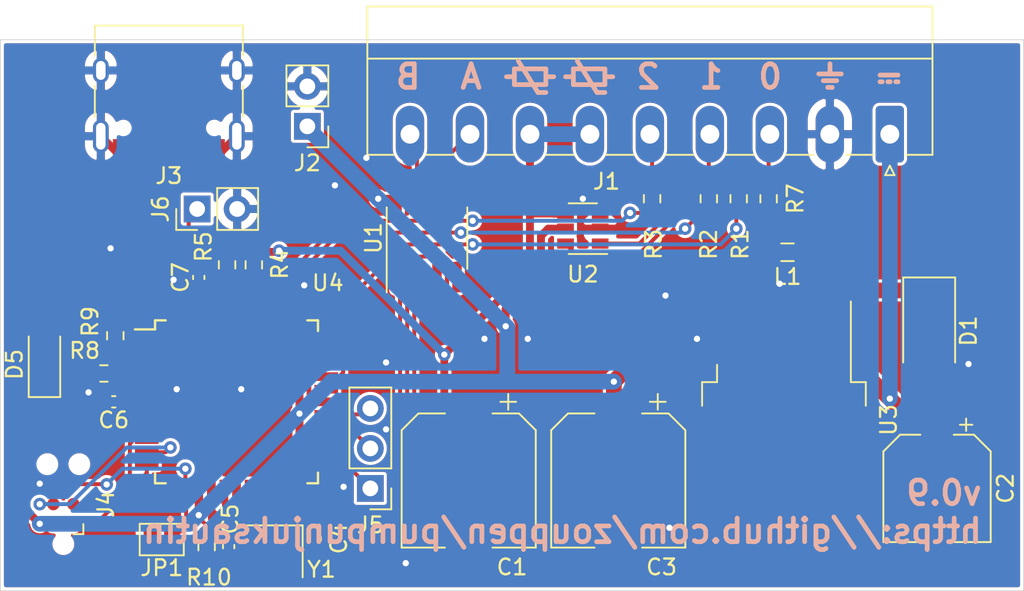
<source format=kicad_pcb>
(kicad_pcb (version 20171130) (host pcbnew 5.1.10-88a1d61d58~88~ubuntu20.04.1)
  (title_block (title Pumpunjuksautin) (date 2021-05-28) (rev 0.7) (company "Oy Pula-ajan Puhelin Ab"))
  (layers (0 F.Cu signal) (31 B.Cu signal) (34 B.Paste user) (35 F.Paste user) (36 B.SilkS user) (37 F.SilkS user) (38 B.Mask user) (39 F.Mask user) (44 Edge.Cuts user))
  (net 0 "")
  (net 1 VIN)
  (net 2 GND)
  (net 3 VCC)
  (net 4 B)
  (net 5 A)
  (net 6 /AREF)
  (net 7 PUMPFAIL)
  (net 8 IO1)
  (net 9 IO2)
  (net 10 "Net-(C4-Pad1)")
  (net 11 "Net-(C5-Pad1)")
  (net 12 "Net-(C6-Pad1)")
  (net 13 /VBUS)
  (net 14 "Net-(J3-PadA6)")
  (net 15 "Net-(J3-PadA7)")
  (net 16 /RESET)
  (net 17 /MOSI)
  (net 18 /SCK)
  (net 19 /MISO)
  (net 20 /DP)
  (net 21 /DM)
  (net 22 "Net-(D1-Pad1)")
  (net 23 /PUMPFAIL_M)
  (net 24 /IO1_M)
  (net 25 /IO2_M)
  (net 26 /DRIVE)
  (net 27 /FB)
  (net 28 /TX)
  (net 29 /TX_EN)
  (net 30 /RX)
  (net 31 K9)
  (net 32 "Net-(J5-Pad3)")
  (net 33 "Net-(J5-Pad2)")
  (net 34 "Net-(J5-Pad1)")
  (module Capacitor_SMD:CP_Elec_8x10 (layer F.Cu) (at 149.25 93 270)
    (fp_text reference C3 (at 5.5 -2.75 180) (layer F.SilkS))
    (fp_text value 1000u)
    (pad 2 smd roundrect (at 3.25 0 270) (size 3.5 2.5) (layers F.Cu F.Paste F.Mask) (roundrect_rratio 0.1) (net 2 GND))
    (pad 1 smd roundrect (at -3.25 0 270) (size 3.5 2.5) (layers F.Cu F.Paste F.Mask) (roundrect_rratio 0.1) (net 3 VCC))
  )
  (module Connector_PinHeader_2.54mm:PinHeader_1x02_P2.54mm_Vertical (layer F.Cu) (at 122.5 75.75 90)
    (fp_text reference J6 (at 0 -2.33 90) (layer F.SilkS))
    (fp_text value AREF_OUT)
    (pad 2 thru_hole oval (at 0 2.54 90) (size 1.7 1.7) (drill 1) (layers *.Cu *.Mask) (net 2 GND))
    (pad 1 thru_hole rect (at 0 0 90) (size 1.7 1.7) (drill 1) (layers *.Cu *.Mask) (net 6 /AREF))
  )
  (module Connector_PinHeader_2.54mm:PinHeader_1x03_P2.54mm_Vertical (layer F.Cu) (at 133.5 93.5 180)
    (fp_text reference J5 (at 0 -2.33) (layer F.SilkS))
    (fp_text value EXTRA)
    (pad 3 thru_hole oval (at 0 5.08 180) (size 1.7 1.7) (drill 1) (layers *.Cu *.Mask) (net 32 "Net-(J5-Pad3)"))
    (pad 2 thru_hole oval (at 0 2.54 180) (size 1.7 1.7) (drill 1) (layers *.Cu *.Mask) (net 33 "Net-(J5-Pad2)"))
    (pad 1 thru_hole rect (at 0 0 180) (size 1.7 1.7) (drill 1) (layers *.Cu *.Mask) (net 34 "Net-(J5-Pad1)"))
  )
  (module Connector_PinHeader_2.54mm:PinHeader_1x02_P2.54mm_Vertical (layer F.Cu) (at 129.5 70.5 180)
    (fp_text reference J2 (at 0 -2.33) (layer F.SilkS))
    (fp_text value "Power out")
    (pad 2 thru_hole oval (at 0 2.54 180) (size 1.7 1.7) (drill 1) (layers *.Cu *.Mask) (net 2 GND))
    (pad 1 thru_hole rect (at 0 0 180) (size 1.7 1.7) (drill 1) (layers *.Cu *.Mask) (net 3 VCC))
  )
  (module Package_TO_SOT_SMD:SOT-23-6 (layer F.Cu) (at 147 77 180)
    (fp_text reference U2 (at 0 -2.9) (layer F.SilkS))
    (fp_text value SRV05-4)
    (pad 5 smd rect (at 1.1 0 180) (size 1.06 0.65) (layers F.Cu F.Paste F.Mask) (net 3 VCC))
    (pad 6 smd rect (at 1.1 -0.95 180) (size 1.06 0.65) (layers F.Cu F.Paste F.Mask) (net 7 PUMPFAIL))
    (pad 4 smd rect (at 1.1 0.95 180) (size 1.06 0.65) (layers F.Cu F.Paste F.Mask) (net 31 K9))
    (pad 3 smd rect (at -1.1 0.95 180) (size 1.06 0.65) (layers F.Cu F.Paste F.Mask) (net 9 IO2))
    (pad 2 smd rect (at -1.1 0 180) (size 1.06 0.65) (layers F.Cu F.Paste F.Mask) (net 2 GND))
    (pad 1 smd rect (at -1.1 -0.95 180) (size 1.06 0.65) (layers F.Cu F.Paste F.Mask) (net 8 IO1))
  )
  (module Resistor_SMD:R_0603_1608Metric (layer F.Cu) (at 123.1 97.2 270)
    (fp_text reference R10 (at 1.95 -0.15 180) (layer F.SilkS))
    (fp_text value 20k)
    (pad 2 smd roundrect (at 0.825 0 270) (size 0.8 0.95) (layers F.Cu F.Paste F.Mask) (net 16 /RESET))
    (pad 1 smd roundrect (at -0.825 0 270) (size 0.8 0.95) (layers F.Cu F.Paste F.Mask) (net 3 VCC))
  )
  (module Resistor_SMD:R_0603_1608Metric (layer F.Cu) (at 116.575 86.2)
    (fp_text reference R8 (at -1.225 -1.45) (layer F.SilkS))
    (fp_text value 22)
    (pad 2 smd roundrect (at 0.825 0) (size 0.8 0.95) (layers F.Cu F.Paste F.Mask) (net 20 /DP))
    (pad 1 smd roundrect (at -0.825 0) (size 0.8 0.95) (layers F.Cu F.Paste F.Mask) (net 14 "Net-(J3-PadA6)"))
  )
  (module Capacitor_SMD:C_0402_1005Metric (layer F.Cu) (at 117.2 88 180)
    (fp_text reference C6 (at 0 -1.16) (layer F.SilkS))
    (fp_text value 1u)
    (pad 2 smd roundrect (at 0.48 0 180) (size 0.56 0.62) (layers F.Cu F.Paste F.Mask) (net 2 GND))
    (pad 1 smd roundrect (at -0.48 0 180) (size 0.56 0.62) (layers F.Cu F.Paste F.Mask) (net 12 "Net-(C6-Pad1)"))
  )
  (module Crystal:Crystal_SMD_3225-4Pin_3.2x2.5mm (layer F.Cu) (at 127.2 97.5 180)
    (fp_text reference Y1 (at -3.2 -1.15) (layer F.SilkS))
    (fp_text value X322516MLB4SI)
    (pad 4 smd rect (at -1.1 -0.85 180) (size 1.4 1.2) (layers F.Cu F.Paste F.Mask))
    (pad 3 smd rect (at 1.1 -0.85 180) (size 1.4 1.2) (layers F.Cu F.Paste F.Mask))
    (pad 2 smd rect (at 1.1 0.85 180) (size 1.4 1.2) (layers F.Cu F.Paste F.Mask) (net 11 "Net-(C5-Pad1)"))
    (pad 1 smd rect (at -1.1 0.85 180) (size 1.4 1.2) (layers F.Cu F.Paste F.Mask) (net 10 "Net-(C4-Pad1)"))
  )
  (module Package_QFP:TQFP-44_10x10mm_P0.8mm (layer F.Cu) (at 125 88)
    (fp_text reference U4 (at 5.8 -7.55) (layer F.SilkS))
    (fp_text value ATmega32U4-AU)
    (pad 44 smd rect (at -4 -5.7 90) (size 1.5 0.55) (layers F.Cu F.Paste F.Mask) (net 3 VCC))
    (pad 43 smd rect (at -3.2 -5.7 90) (size 1.5 0.55) (layers F.Cu F.Paste F.Mask) (net 2 GND))
    (pad 42 smd rect (at -2.4 -5.7 90) (size 1.5 0.55) (layers F.Cu F.Paste F.Mask) (net 6 /AREF))
    (pad 41 smd rect (at -1.6 -5.7 90) (size 1.5 0.55) (layers F.Cu F.Paste F.Mask))
    (pad 40 smd rect (at -0.8 -5.7 90) (size 1.5 0.55) (layers F.Cu F.Paste F.Mask))
    (pad 39 smd rect (at 0 -5.7 90) (size 1.5 0.55) (layers F.Cu F.Paste F.Mask) (net 27 /FB))
    (pad 38 smd rect (at 0.8 -5.7 90) (size 1.5 0.55) (layers F.Cu F.Paste F.Mask) (net 26 /DRIVE))
    (pad 37 smd rect (at 1.6 -5.7 90) (size 1.5 0.55) (layers F.Cu F.Paste F.Mask) (net 25 /IO2_M))
    (pad 36 smd rect (at 2.4 -5.7 90) (size 1.5 0.55) (layers F.Cu F.Paste F.Mask) (net 24 /IO1_M))
    (pad 35 smd rect (at 3.2 -5.7 90) (size 1.5 0.55) (layers F.Cu F.Paste F.Mask) (net 2 GND))
    (pad 34 smd rect (at 4 -5.7 90) (size 1.5 0.55) (layers F.Cu F.Paste F.Mask) (net 3 VCC))
    (pad 33 smd rect (at 5.7 -4) (size 1.5 0.55) (layers F.Cu F.Paste F.Mask))
    (pad 32 smd rect (at 5.7 -3.2) (size 1.5 0.55) (layers F.Cu F.Paste F.Mask))
    (pad 31 smd rect (at 5.7 -2.4) (size 1.5 0.55) (layers F.Cu F.Paste F.Mask))
    (pad 30 smd rect (at 5.7 -1.6) (size 1.5 0.55) (layers F.Cu F.Paste F.Mask) (net 23 /PUMPFAIL_M))
    (pad 29 smd rect (at 5.7 -0.8) (size 1.5 0.55) (layers F.Cu F.Paste F.Mask))
    (pad 28 smd rect (at 5.7 0) (size 1.5 0.55) (layers F.Cu F.Paste F.Mask))
    (pad 27 smd rect (at 5.7 0.8) (size 1.5 0.55) (layers F.Cu F.Paste F.Mask) (net 32 "Net-(J5-Pad3)"))
    (pad 26 smd rect (at 5.7 1.6) (size 1.5 0.55) (layers F.Cu F.Paste F.Mask) (net 33 "Net-(J5-Pad2)"))
    (pad 25 smd rect (at 5.7 2.4) (size 1.5 0.55) (layers F.Cu F.Paste F.Mask) (net 34 "Net-(J5-Pad1)"))
    (pad 24 smd rect (at 5.7 3.2) (size 1.5 0.55) (layers F.Cu F.Paste F.Mask) (net 3 VCC))
    (pad 23 smd rect (at 5.7 4) (size 1.5 0.55) (layers F.Cu F.Paste F.Mask) (net 2 GND))
    (pad 22 smd rect (at 4 5.7 90) (size 1.5 0.55) (layers F.Cu F.Paste F.Mask))
    (pad 21 smd rect (at 3.2 5.7 90) (size 1.5 0.55) (layers F.Cu F.Paste F.Mask) (net 28 /TX))
    (pad 20 smd rect (at 2.4 5.7 90) (size 1.5 0.55) (layers F.Cu F.Paste F.Mask) (net 30 /RX))
    (pad 19 smd rect (at 1.6 5.7 90) (size 1.5 0.55) (layers F.Cu F.Paste F.Mask) (net 29 /TX_EN))
    (pad 18 smd rect (at 0.8 5.7 90) (size 1.5 0.55) (layers F.Cu F.Paste F.Mask))
    (pad 17 smd rect (at 0 5.7 90) (size 1.5 0.55) (layers F.Cu F.Paste F.Mask) (net 10 "Net-(C4-Pad1)"))
    (pad 16 smd rect (at -0.8 5.7 90) (size 1.5 0.55) (layers F.Cu F.Paste F.Mask) (net 11 "Net-(C5-Pad1)"))
    (pad 15 smd rect (at -1.6 5.7 90) (size 1.5 0.55) (layers F.Cu F.Paste F.Mask) (net 2 GND))
    (pad 14 smd rect (at -2.4 5.7 90) (size 1.5 0.55) (layers F.Cu F.Paste F.Mask) (net 3 VCC))
    (pad 13 smd rect (at -3.2 5.7 90) (size 1.5 0.55) (layers F.Cu F.Paste F.Mask) (net 16 /RESET))
    (pad 12 smd rect (at -4 5.7 90) (size 1.5 0.55) (layers F.Cu F.Paste F.Mask))
    (pad 11 smd rect (at -5.7 4) (size 1.5 0.55) (layers F.Cu F.Paste F.Mask) (net 19 /MISO))
    (pad 10 smd rect (at -5.7 3.2) (size 1.5 0.55) (layers F.Cu F.Paste F.Mask) (net 17 /MOSI))
    (pad 9 smd rect (at -5.7 2.4) (size 1.5 0.55) (layers F.Cu F.Paste F.Mask) (net 18 /SCK))
    (pad 8 smd rect (at -5.7 1.6) (size 1.5 0.55) (layers F.Cu F.Paste F.Mask))
    (pad 7 smd rect (at -5.7 0.8) (size 1.5 0.55) (layers F.Cu F.Paste F.Mask) (net 13 /VBUS))
    (pad 6 smd rect (at -5.7 0) (size 1.5 0.55) (layers F.Cu F.Paste F.Mask) (net 12 "Net-(C6-Pad1)"))
    (pad 5 smd rect (at -5.7 -0.8) (size 1.5 0.55) (layers F.Cu F.Paste F.Mask) (net 2 GND))
    (pad 4 smd rect (at -5.7 -1.6) (size 1.5 0.55) (layers F.Cu F.Paste F.Mask) (net 20 /DP))
    (pad 3 smd rect (at -5.7 -2.4) (size 1.5 0.55) (layers F.Cu F.Paste F.Mask) (net 21 /DM))
    (pad 2 smd rect (at -5.7 -3.2) (size 1.5 0.55) (layers F.Cu F.Paste F.Mask) (net 3 VCC))
    (pad 1 smd rect (at -5.7 -4) (size 1.5 0.55) (layers F.Cu F.Paste F.Mask))
  )
  (module Package_TO_SOT_SMD:TO-263-5_TabPin3 (layer F.Cu) (at 159.775 89.7 270)
    (fp_text reference U3 (at -0.55 -6.65 90) (layer F.SilkS))
    (fp_text value LM2576S-5)
    (pad 3 smd rect (at 3.375 0 270) (size 9.4 10.8) (layers F.Cu F.Mask) (net 2 GND))
    (pad 5 smd rect (at -5.775 3.4 270) (size 4.6 1.1) (layers F.Cu F.Paste F.Mask) (net 2 GND))
    (pad 4 smd rect (at -5.775 1.7 270) (size 4.6 1.1) (layers F.Cu F.Paste F.Mask) (net 3 VCC))
    (pad 3 smd rect (at -5.775 0 270) (size 4.6 1.1) (layers F.Cu F.Paste F.Mask) (net 2 GND))
    (pad 2 smd rect (at -5.775 -1.7 270) (size 4.6 1.1) (layers F.Cu F.Paste F.Mask) (net 22 "Net-(D1-Pad1)"))
    (pad 1 smd rect (at -5.775 -3.4 270) (size 4.6 1.1) (layers F.Cu F.Paste F.Mask) (net 1 VIN))
  )
  (module Package_SO:SOIC-8_3.9x4.9mm_P1.27mm (layer F.Cu) (at 137.1 77.6 90)
    (fp_text reference U1 (at 0 -3.4 90) (layer F.SilkS))
    (fp_text value SP3485EN)
    (pad 8 smd roundrect (at 2.475 -1.905 90) (size 1.95 0.6) (layers F.Cu F.Paste F.Mask) (net 3 VCC))
    (pad 7 smd roundrect (at 2.475 -0.635 90) (size 1.95 0.6) (layers F.Cu F.Paste F.Mask) (net 4 B))
    (pad 6 smd roundrect (at 2.475 0.635 90) (size 1.95 0.6) (layers F.Cu F.Paste F.Mask) (net 5 A))
    (pad 5 smd roundrect (at 2.475 1.905 90) (size 1.95 0.6) (layers F.Cu F.Paste F.Mask) (net 2 GND))
    (pad 4 smd roundrect (at -2.475 1.905 90) (size 1.95 0.6) (layers F.Cu F.Paste F.Mask) (net 28 /TX))
    (pad 3 smd roundrect (at -2.475 0.635 90) (size 1.95 0.6) (layers F.Cu F.Paste F.Mask) (net 29 /TX_EN))
    (pad 2 smd roundrect (at -2.475 -0.635 90) (size 1.95 0.6) (layers F.Cu F.Paste F.Mask) (net 29 /TX_EN))
    (pad 1 smd roundrect (at -2.475 -1.905 90) (size 1.95 0.6) (layers F.Cu F.Paste F.Mask) (net 30 /RX))
  )
  (module Resistor_SMD:R_0603_1608Metric (layer F.Cu) (at 117.3 83.8 270)
    (fp_text reference R9 (at -0.9 1.6 90) (layer F.SilkS))
    (fp_text value 22)
    (pad 2 smd roundrect (at 0.825 0 270) (size 0.8 0.95) (layers F.Cu F.Paste F.Mask) (net 21 /DM))
    (pad 1 smd roundrect (at -0.825 0 270) (size 0.8 0.95) (layers F.Cu F.Paste F.Mask) (net 15 "Net-(J3-PadA7)"))
  )
  (module Resistor_SMD:R_0603_1608Metric (layer F.Cu) (at 158.8 75.1 90)
    (fp_text reference R7 (at 0 1.7 90) (layer F.SilkS))
    (fp_text value 20k)
    (pad 2 smd roundrect (at 0.825 0 90) (size 0.8 0.95) (layers F.Cu F.Paste F.Mask) (net 7 PUMPFAIL))
    (pad 1 smd roundrect (at -0.825 0 90) (size 0.8 0.95) (layers F.Cu F.Paste F.Mask) (net 2 GND))
  )
  (module Resistor_SMD:R_0603_1608Metric (layer F.Cu) (at 124.4 79.3 90)
    (fp_text reference R5 (at 1.15 -1.5 90) (layer F.SilkS))
    (fp_text value 200)
    (pad 2 smd roundrect (at 0.825 0 90) (size 0.8 0.95) (layers F.Cu F.Paste F.Mask) (net 31 K9))
    (pad 1 smd roundrect (at -0.825 0 90) (size 0.8 0.95) (layers F.Cu F.Paste F.Mask) (net 27 /FB))
  )
  (module Resistor_SMD:R_0603_1608Metric (layer F.Cu) (at 126.1 79.3 90)
    (fp_text reference R4 (at 0.05 1.65 90) (layer F.SilkS))
    (fp_text value 200)
    (pad 2 smd roundrect (at 0.825 0 90) (size 0.8 0.95) (layers F.Cu F.Paste F.Mask) (net 31 K9))
    (pad 1 smd roundrect (at -0.825 0 90) (size 0.8 0.95) (layers F.Cu F.Paste F.Mask) (net 26 /DRIVE))
  )
  (module Resistor_SMD:R_0603_1608Metric (layer F.Cu) (at 151.4 75.1 90)
    (fp_text reference R3 (at -2.9 0.1 90) (layer F.SilkS))
    (fp_text value 200)
    (pad 2 smd roundrect (at 0.825 0 90) (size 0.8 0.95) (layers F.Cu F.Paste F.Mask) (net 9 IO2))
    (pad 1 smd roundrect (at -0.825 0 90) (size 0.8 0.95) (layers F.Cu F.Paste F.Mask) (net 25 /IO2_M))
  )
  (module Resistor_SMD:R_0603_1608Metric (layer F.Cu) (at 155 75.1 90)
    (fp_text reference R2 (at -2.9 0 90) (layer F.SilkS))
    (fp_text value 200)
    (pad 2 smd roundrect (at 0.825 0 90) (size 0.8 0.95) (layers F.Cu F.Paste F.Mask) (net 8 IO1))
    (pad 1 smd roundrect (at -0.825 0 90) (size 0.8 0.95) (layers F.Cu F.Paste F.Mask) (net 24 /IO1_M))
  )
  (module Resistor_SMD:R_0603_1608Metric (layer F.Cu) (at 156.9 75.1 90)
    (fp_text reference R1 (at -2.9 0.1 90) (layer F.SilkS))
    (fp_text value 200)
    (pad 2 smd roundrect (at 0.825 0 90) (size 0.8 0.95) (layers F.Cu F.Paste F.Mask) (net 7 PUMPFAIL))
    (pad 1 smd roundrect (at -0.825 0 90) (size 0.8 0.95) (layers F.Cu F.Paste F.Mask) (net 23 /PUMPFAIL_M))
  )
  (module Inductor_SMD:L_0805_2012Metric (layer F.Cu) (at 160 78.5 180)
    (fp_text reference L1 (at 0 -1.55) (layer F.SilkS))
    (fp_text value 100uH)
    (pad 2 smd roundrect (at 1.0625 0 180) (size 0.875 1.2) (layers F.Cu F.Paste F.Mask) (net 3 VCC))
    (pad 1 smd roundrect (at -1.0625 0 180) (size 0.875 1.2) (layers F.Cu F.Paste F.Mask) (net 22 "Net-(D1-Pad1)"))
  )
  (module Jumper:SolderJumper-2_P1.3mm_Open_Pad1.0x1.5mm (layer F.Cu) (at 120.25 96.75 180)
    (fp_text reference JP1 (at 0 -1.8) (layer F.SilkS))
    (fp_text value SolderJumper_2_Open)
    (pad 1 smd rect (at -0.65 0 180) (size 1 1.5) (layers F.Cu F.Mask) (net 16 /RESET))
    (pad 2 smd rect (at 0.65 0 180) (size 1 1.5) (layers F.Cu F.Mask) (net 2 GND))
  )
  (module Connector:Tag-Connect_TC2030-IDC-NL_2x03_P1.27mm_Vertical (layer F.Cu) (at 114 94.5 90)
    (fp_text reference J4 (at 0 2.7 90) (layer F.SilkS))
    (fp_text value TagConnect)
    (pad 6 connect circle (at 1.27 -0.635 90) (size 0.7874 0.7874) (layers F.Cu F.Mask) (net 2 GND))
    (pad 5 connect circle (at 1.27 0.635 90) (size 0.7874 0.7874) (layers F.Cu F.Mask) (net 16 /RESET))
    (pad 4 connect circle (at 0 -0.635 90) (size 0.7874 0.7874) (layers F.Cu F.Mask) (net 17 /MOSI))
    (pad 3 connect circle (at 0 0.635 90) (size 0.7874 0.7874) (layers F.Cu F.Mask) (net 18 /SCK))
    (pad 2 connect circle (at -1.27 -0.635 90) (size 0.7874 0.7874) (layers F.Cu F.Mask) (net 3 VCC))
    (pad 1 connect circle (at -1.27 0.635 90) (size 0.7874 0.7874) (layers F.Cu F.Mask) (net 19 /MISO))
    (pad "" np_thru_hole circle (at -2.54 0 90) (size 0.9906 0.9906) (drill 0.9906) (layers *.Cu *.Mask))
    (pad "" np_thru_hole circle (at 2.54 1.016 90) (size 0.9906 0.9906) (drill 0.9906) (layers *.Cu *.Mask))
    (pad "" np_thru_hole circle (at 2.54 -1.016 90) (size 0.9906 0.9906) (drill 0.9906) (layers *.Cu *.Mask))
  )
  (module Connector_USB:USB_C_Receptacle_HRO_TYPE-C-31-M-12 (layer F.Cu) (at 120.7 68 180)
    (fp_text reference J3 (at 0 -5.645) (layer F.SilkS))
    (fp_text value USB_C_Receptacle_USB2.0)
    (pad B1 smd rect (at 3.25 -4.045 180) (size 0.6 1.45) (layers F.Cu F.Paste F.Mask) (net 2 GND))
    (pad A9 smd rect (at 2.45 -4.045 180) (size 0.6 1.45) (layers F.Cu F.Paste F.Mask) (net 13 /VBUS))
    (pad B9 smd rect (at -2.45 -4.045 180) (size 0.6 1.45) (layers F.Cu F.Paste F.Mask) (net 13 /VBUS))
    (pad B12 smd rect (at -3.25 -4.045 180) (size 0.6 1.45) (layers F.Cu F.Paste F.Mask) (net 2 GND))
    (pad A1 smd rect (at -3.25 -4.045 180) (size 0.6 1.45) (layers F.Cu F.Paste F.Mask) (net 2 GND))
    (pad A4 smd rect (at -2.45 -4.045 180) (size 0.6 1.45) (layers F.Cu F.Paste F.Mask) (net 13 /VBUS))
    (pad B4 smd rect (at 2.45 -4.045 180) (size 0.6 1.45) (layers F.Cu F.Paste F.Mask) (net 13 /VBUS))
    (pad A12 smd rect (at 3.25 -4.045 180) (size 0.6 1.45) (layers F.Cu F.Paste F.Mask) (net 2 GND))
    (pad B8 smd rect (at -1.75 -4.045 180) (size 0.3 1.45) (layers F.Cu F.Paste F.Mask))
    (pad A5 smd rect (at -1.25 -4.045 180) (size 0.3 1.45) (layers F.Cu F.Paste F.Mask))
    (pad B7 smd rect (at -0.75 -4.045 180) (size 0.3 1.45) (layers F.Cu F.Paste F.Mask) (net 15 "Net-(J3-PadA7)"))
    (pad A7 smd rect (at 0.25 -4.045 180) (size 0.3 1.45) (layers F.Cu F.Paste F.Mask) (net 15 "Net-(J3-PadA7)"))
    (pad B6 smd rect (at 0.75 -4.045 180) (size 0.3 1.45) (layers F.Cu F.Paste F.Mask) (net 14 "Net-(J3-PadA6)"))
    (pad A8 smd rect (at 1.25 -4.045 180) (size 0.3 1.45) (layers F.Cu F.Paste F.Mask))
    (pad B5 smd rect (at 1.75 -4.045 180) (size 0.3 1.45) (layers F.Cu F.Paste F.Mask))
    (pad A6 smd rect (at -0.25 -4.045 180) (size 0.3 1.45) (layers F.Cu F.Paste F.Mask) (net 14 "Net-(J3-PadA6)"))
    (pad S1 thru_hole oval (at 4.32 -3.13 180) (size 1 2.1) (drill oval 0.6 1.7) (layers *.Cu *.Mask) (net 2 GND))
    (pad S1 thru_hole oval (at -4.32 -3.13 180) (size 1 2.1) (drill oval 0.6 1.7) (layers *.Cu *.Mask) (net 2 GND))
    (pad "" np_thru_hole circle (at -2.89 -2.6 180) (size 0.65 0.65) (drill 0.65) (layers *.Cu *.Mask))
    (pad S1 thru_hole oval (at -4.32 1.05 180) (size 1 1.6) (drill oval 0.6 1.2) (layers *.Cu *.Mask) (net 2 GND))
    (pad "" np_thru_hole circle (at 2.89 -2.6 180) (size 0.65 0.65) (drill 0.65) (layers *.Cu *.Mask))
    (pad S1 thru_hole oval (at 4.32 1.05 180) (size 1 1.6) (drill oval 0.6 1.2) (layers *.Cu *.Mask) (net 2 GND))
  )
  (module Diode_SMD:D_SOD-123F (layer F.Cu) (at 112.8 85.5 90)
    (fp_text reference D5 (at -0.127 -1.905 90) (layer F.SilkS))
    (fp_text value SM4007PL)
    (pad 2 smd rect (at 1.4 0 90) (size 1.1 1.1) (layers F.Cu F.Paste F.Mask) (net 13 /VBUS))
    (pad 1 smd rect (at -1.4 0 90) (size 1.1 1.1) (layers F.Cu F.Paste F.Mask) (net 3 VCC))
  )
  (module Diode_SMD:D_SMA (layer F.Cu) (at 169 83.5 270)
    (fp_text reference D1 (at 0 -2.5 90) (layer F.SilkS))
    (fp_text value SS34)
    (pad 2 smd rect (at 2 0 270) (size 2.5 1.8) (layers F.Cu F.Paste F.Mask) (net 2 GND))
    (pad 1 smd rect (at -2 0 270) (size 2.5 1.8) (layers F.Cu F.Paste F.Mask) (net 22 "Net-(D1-Pad1)"))
  )
  (module Capacitor_SMD:C_0402_1005Metric (layer F.Cu) (at 122.6 80.1 90)
    (fp_text reference C7 (at 0 -1.16 90) (layer F.SilkS))
    (fp_text value 100n)
    (pad 2 smd roundrect (at 0.48 0 90) (size 0.56 0.62) (layers F.Cu F.Paste F.Mask) (net 2 GND))
    (pad 1 smd roundrect (at -0.48 0 90) (size 0.56 0.62) (layers F.Cu F.Paste F.Mask) (net 6 /AREF))
  )
  (module Capacitor_SMD:C_0402_1005Metric (layer F.Cu) (at 124.5 97.2 270)
    (fp_text reference C5 (at -1.75 -0.1 90) (layer F.SilkS))
    (fp_text value 22p)
    (pad 2 smd roundrect (at 0.48 0 270) (size 0.56 0.62) (layers F.Cu F.Paste F.Mask) (net 2 GND))
    (pad 1 smd roundrect (at -0.48 0 270) (size 0.56 0.62) (layers F.Cu F.Paste F.Mask) (net 11 "Net-(C5-Pad1)"))
  )
  (module Capacitor_SMD:C_0402_1005Metric (layer F.Cu) (at 130 96.7 270)
    (fp_text reference C4 (at 0 -1.5 90) (layer F.SilkS))
    (fp_text value 22p)
    (pad 2 smd roundrect (at 0.48 0 270) (size 0.56 0.62) (layers F.Cu F.Paste F.Mask) (net 2 GND))
    (pad 1 smd roundrect (at -0.48 0 270) (size 0.56 0.62) (layers F.Cu F.Paste F.Mask) (net 10 "Net-(C4-Pad1)"))
  )
  (module Capacitor_SMD:CP_Elec_6.3x7.7 (layer F.Cu) (at 169.5 93.5 270)
    (fp_text reference C2 (at 0 -4.35 90) (layer F.SilkS))
    (fp_text value 100u)
    (pad 2 smd roundrect (at 2.7 0 270) (size 3.5 1.6) (layers F.Cu F.Paste F.Mask) (roundrect_rratio 0.15625) (net 2 GND))
    (pad 1 smd roundrect (at -2.7 0 270) (size 3.5 1.6) (layers F.Cu F.Paste F.Mask) (roundrect_rratio 0.15625) (net 1 VIN))
  )
  (module Capacitor_SMD:CP_Elec_8x10 (layer F.Cu) (at 139.75 93 270)
    (fp_text reference C1 (at 5.5 -2.75 180) (layer F.SilkS))
    (fp_text value 1000u)
    (pad 2 smd roundrect (at 3.25 0 270) (size 3.5 2.5) (layers F.Cu F.Paste F.Mask) (roundrect_rratio 0.1) (net 2 GND))
    (pad 1 smd roundrect (at -3.25 0 270) (size 3.5 2.5) (layers F.Cu F.Paste F.Mask) (roundrect_rratio 0.1) (net 31 K9))
  )
  (module Connector_Phoenix_MC:PhoenixContact_MC_1,5_9-G-3.81_1x09_P3.81mm_Horizontal (layer F.Cu) (at 166.5 71 180)
    (fp_text reference J1 (at 18 -3) (layer F.SilkS))
    (fp_text value Screw_Terminal_01x09)
    (pad 9 thru_hole oval (at 30.48 0 180) (size 1.8 3.6) (drill 1.2) (layers *.Cu *.Mask) (net 4 B))
    (pad 8 thru_hole oval (at 26.67 0 180) (size 1.8 3.6) (drill 1.2) (layers *.Cu *.Mask) (net 5 A))
    (pad 7 thru_hole oval (at 22.86 0 180) (size 1.8 3.6) (drill 1.2) (layers *.Cu *.Mask) (net 31 K9))
    (pad 6 thru_hole oval (at 19.05 0 180) (size 1.8 3.6) (drill 1.2) (layers *.Cu *.Mask) (net 31 K9))
    (pad 5 thru_hole oval (at 15.24 0 180) (size 1.8 3.6) (drill 1.2) (layers *.Cu *.Mask) (net 9 IO2))
    (pad 4 thru_hole oval (at 11.43 0 180) (size 1.8 3.6) (drill 1.2) (layers *.Cu *.Mask) (net 8 IO1))
    (pad 3 thru_hole oval (at 7.62 0 180) (size 1.8 3.6) (drill 1.2) (layers *.Cu *.Mask) (net 7 PUMPFAIL))
    (pad 2 thru_hole oval (at 3.81 0 180) (size 1.8 3.6) (drill 1.2) (layers *.Cu *.Mask) (net 2 GND))
    (pad 1 thru_hole roundrect (at 0 0 180) (size 1.8 3.6) (drill 1.2) (layers *.Cu *.Mask) (roundrect_rratio 0.138889) (net 1 VIN))
  )
  (gr_line (start 110 100) (end 175 100) (layer Edge.Cuts) (width 0.05))
  (gr_line (start 147.9 68.35) (end 148.4 68.35) (layer B.SilkS) (width 0.3))
  (gr_line (start 148.4 67.85) (end 146.4 67.85) (layer B.SilkS) (width 0.3))
  (gr_line (start 148.4 66.85) (end 148.4 67.85) (layer B.SilkS) (width 0.3))
  (gr_line (start 145.9 67.35) (end 146.4 67.35) (layer B.SilkS) (width 0.3))
  (gr_line (start 146.65 66.35) (end 147.9 68.35) (layer B.SilkS) (width 0.3))
  (gr_line (start 146.4 67.85) (end 146.4 66.85) (layer B.SilkS) (width 0.3))
  (gr_line (start 146.4 67.35) (end 145.9 67.35) (layer B.SilkS) (width 0.12))
  (gr_line (start 146.4 66.85) (end 148.4 66.85) (layer B.SilkS) (width 0.3))
  (gr_line (start 148.4 67.35) (end 148.9 67.35) (layer B.SilkS) (width 0.3))
  (gr_line (start 144.15 68.35) (end 144.65 68.35) (layer B.SilkS) (width 0.3))
  (gr_line (start 142.9 66.35) (end 144.15 68.35) (layer B.SilkS) (width 0.3))
  (gr_line (start 144.65 67.35) (end 145.15 67.35) (layer B.SilkS) (width 0.3))
  (gr_line (start 142.15 67.35) (end 142.65 67.35) (layer B.SilkS) (width 0.3))
  (gr_line (start 142.65 67.35) (end 142.15 67.35) (layer B.SilkS) (width 0.12))
  (gr_line (start 142.65 67.85) (end 142.65 66.85) (layer B.SilkS) (width 0.3))
  (gr_line (start 144.65 67.85) (end 142.65 67.85) (layer B.SilkS) (width 0.3))
  (gr_line (start 144.65 66.85) (end 144.65 67.85) (layer B.SilkS) (width 0.3))
  (gr_line (start 142.65 66.85) (end 144.65 66.85) (layer B.SilkS) (width 0.3))
  (gr_text 2 (at 151.15 67.35) (layer B.SilkS) (effects (font (size 1.5 1.5) (thickness 0.3)) (justify mirror)))
  (gr_text 1 (at 155.15 67.35) (layer B.SilkS) (effects (font (size 1.5 1.5) (thickness 0.3)) (justify mirror)))
  (gr_text 0 (at 158.9 67.35) (layer B.SilkS) (effects (font (size 1.5 1.5) (thickness 0.3)) (justify mirror)))
  (gr_text A (at 139.9 67.35) (layer B.SilkS) (effects (font (size 1.5 1.5) (thickness 0.3)) (justify mirror)))
  (gr_text B (at 135.9 67.35) (layer B.SilkS) (effects (font (size 1.5 1.5) (thickness 0.3)) (justify mirror)))
  (gr_text ⎓ (at 166.45 67.35) (layer B.SilkS) (effects (font (size 1.5 1.5) (thickness 0.3)) (justify mirror)))
  (gr_text ⏚ (at 162.7 67.35) (layer B.SilkS) (effects (font (size 1.5 1.5) (thickness 0.3)) (justify mirror)))
  (gr_line (start 110 65) (end 175 65) (layer Edge.Cuts) (width 0.05))
  (gr_text "v0.9\nhttps://github.com/zouppen/pumpunjuksautin" (at 172.5 95) (layer B.SilkS) (effects (font (size 1.5 1.5) (thickness 0.3)) (justify left mirror)))
  (gr_line (start 110 100) (end 110 65) (layer Edge.Cuts) (width 0.05))
  (gr_line (start 175 65) (end 175 100) (layer Edge.Cuts) (width 0.05))
  (via (at 166.5 87.8) (size 0.8) (drill 0.4) (layers F.Cu B.Cu) (net 1))
  (segment (start 169.5 90.8) (end 169.5 90.75) (width 1) (layer F.Cu) (net 1))
  (segment (start 163.175 84.475) (end 169.5 90.8) (width 1) (layer F.Cu) (net 1))
  (segment (start 163.175 83.925) (end 163.175 84.475) (width 1) (layer F.Cu) (net 1))
  (segment (start 166.5 71) (end 166.5 87.8) (width 1) (layer B.Cu) (net 1))
  (via (at 131.25 74.25) (size 0.8) (drill 0.4) (layers F.Cu B.Cu) (net 2))
  (via (at 133.25 72.5) (size 0.8) (drill 0.4) (layers F.Cu B.Cu) (net 2))
  (via (at 152.5 96) (size 0.8) (drill 0.4) (layers F.Cu B.Cu) (net 2))
  (via (at 147 75.1) (size 0.8) (drill 0.4) (layers F.Cu B.Cu) (net 2))
  (via (at 129.3 80.6) (size 0.8) (drill 0.4) (layers F.Cu B.Cu) (net 2))
  (via (at 154.25 84) (size 0.8) (drill 0.4) (layers F.Cu B.Cu) (net 2))
  (via (at 159.5 80.5) (size 0.8) (drill 0.4) (layers F.Cu B.Cu) (net 2))
  (via (at 152.25 81.25) (size 0.8) (drill 0.4) (layers F.Cu B.Cu) (net 2))
  (via (at 112.5 93.2) (size 0.8) (drill 0.4) (layers F.Cu B.Cu) (net 2))
  (segment (start 113.335 93.2) (end 113.365 93.23) (width 0.5) (layer F.Cu) (net 2))
  (segment (start 112.5 93.2) (end 113.335 93.2) (width 0.5) (layer F.Cu) (net 2))
  (segment (start 129.089998 80.6) (end 129.3 80.6) (width 0.25) (layer F.Cu) (net 2))
  (segment (start 128.2 81.489998) (end 129.089998 80.6) (width 0.25) (layer F.Cu) (net 2))
  (segment (start 128.2 82.3) (end 128.2 81.489998) (width 0.25) (layer F.Cu) (net 2))
  (via (at 125.3 87.2) (size 0.8) (drill 0.4) (layers F.Cu B.Cu) (net 2))
  (via (at 134.5 89.75) (size 0.8) (drill 0.4) (layers F.Cu B.Cu) (net 2))
  (via (at 134.5 85.5) (size 0.8) (drill 0.4) (layers F.Cu B.Cu) (net 2))
  (via (at 135.75 98.25) (size 0.8) (drill 0.4) (layers F.Cu B.Cu) (net 2))
  (via (at 140.75 84) (size 0.8) (drill 0.4) (layers F.Cu B.Cu) (net 2))
  (via (at 143.5 84) (size 0.8) (drill 0.4) (layers F.Cu B.Cu) (net 2))
  (via (at 121 80.25) (size 0.8) (drill 0.4) (layers F.Cu B.Cu) (net 2))
  (via (at 117 78.25) (size 0.8) (drill 0.4) (layers F.Cu B.Cu) (net 2))
  (via (at 115.6 87.4) (size 0.8) (drill 0.4) (layers F.Cu B.Cu) (net 2))
  (segment (start 117.295 72.045) (end 116.38 71.13) (width 0.5) (layer F.Cu) (net 2))
  (segment (start 117.45 72.045) (end 117.295 72.045) (width 0.5) (layer F.Cu) (net 2))
  (segment (start 124.105 72.045) (end 125.02 71.13) (width 0.5) (layer F.Cu) (net 2))
  (segment (start 123.95 72.045) (end 124.105 72.045) (width 0.5) (layer F.Cu) (net 2))
  (via (at 131.8 93.4) (size 0.8) (drill 0.4) (layers F.Cu B.Cu) (net 2))
  (segment (start 130.7 92) (end 130.7 92.1) (width 0.25) (layer F.Cu) (net 2))
  (via (at 121.2 87.2) (size 0.8) (drill 0.4) (layers F.Cu B.Cu) (net 2))
  (via (at 171.5 85.6) (size 0.8) (drill 0.4) (layers F.Cu B.Cu) (net 2))
  (via (at 112.5 95.75) (size 0.8) (drill 0.4) (layers F.Cu B.Cu) (net 3))
  (segment (start 112.52 95.77) (end 112.5 95.75) (width 0.5) (layer F.Cu) (net 3))
  (segment (start 113.365 95.77) (end 112.52 95.77) (width 0.5) (layer F.Cu) (net 3))
  (via (at 148.969999 86.719999) (size 0.8) (drill 0.4) (layers F.Cu B.Cu) (net 3))
  (segment (start 131.030001 86.719999) (end 129 88.75) (width 1) (layer B.Cu) (net 3))
  (via (at 129 88.75) (size 0.8) (drill 0.4) (layers F.Cu B.Cu) (net 3))
  (segment (start 129.664998 91.2) (end 130.7 91.2) (width 0.5) (layer F.Cu) (net 3))
  (segment (start 129 90.535002) (end 129.664998 91.2) (width 0.5) (layer F.Cu) (net 3))
  (segment (start 129 88.75) (end 129 90.535002) (width 0.5) (layer F.Cu) (net 3))
  (segment (start 129 82.3) (end 129 88.75) (width 0.5) (layer F.Cu) (net 3))
  (segment (start 111.649999 94.899999) (end 112.5 95.75) (width 0.5) (layer F.Cu) (net 3))
  (segment (start 111.649999 88.050001) (end 111.649999 94.899999) (width 0.5) (layer F.Cu) (net 3))
  (segment (start 112.8 86.9) (end 111.649999 88.050001) (width 0.5) (layer F.Cu) (net 3))
  (segment (start 121 84.135002) (end 121 82.3) (width 0.5) (layer F.Cu) (net 3))
  (segment (start 120.335002 84.8) (end 121 84.135002) (width 0.5) (layer F.Cu) (net 3))
  (segment (start 119.3 84.8) (end 120.335002 84.8) (width 0.5) (layer F.Cu) (net 3))
  (segment (start 122.6 86.85) (end 122.6 93.7) (width 0.5) (layer F.Cu) (net 3))
  (segment (start 120.55 84.8) (end 122.6 86.85) (width 0.5) (layer F.Cu) (net 3))
  (segment (start 119.3 84.8) (end 120.55 84.8) (width 0.5) (layer F.Cu) (net 3))
  (segment (start 141.780001 86.719999) (end 131.030001 86.719999) (width 1) (layer B.Cu) (net 3))
  (segment (start 142.419999 86.719999) (end 141.780001 86.719999) (width 1) (layer B.Cu) (net 3))
  (segment (start 148.969999 86.719999) (end 142.419999 86.719999) (width 1) (layer B.Cu) (net 3))
  (via (at 134 75.1) (size 0.8) (drill 0.4) (layers F.Cu B.Cu) (net 3))
  (segment (start 135.17 75.1) (end 135.195 75.125) (width 0.5) (layer F.Cu) (net 3))
  (segment (start 134.2 75.1) (end 135.17 75.1) (width 0.5) (layer F.Cu) (net 3))
  (segment (start 148.969999 89.469999) (end 149.25 89.75) (width 1) (layer F.Cu) (net 3))
  (segment (start 148.969999 86.719999) (end 148.969999 89.469999) (width 1) (layer F.Cu) (net 3))
  (segment (start 158.075 81.514998) (end 158.075 83.925) (width 1) (layer F.Cu) (net 3))
  (segment (start 157.485001 80.924999) (end 158.075 81.514998) (width 1) (layer F.Cu) (net 3))
  (segment (start 154.764999 80.924999) (end 157.485001 80.924999) (width 1) (layer F.Cu) (net 3))
  (segment (start 148.969999 86.719999) (end 154.764999 80.924999) (width 1) (layer F.Cu) (net 3))
  (segment (start 158.075 79.3625) (end 158.9375 78.5) (width 1) (layer F.Cu) (net 3))
  (segment (start 158.075 83.925) (end 158.075 79.3625) (width 1) (layer F.Cu) (net 3))
  (segment (start 142.2 86.5) (end 142.419999 86.719999) (width 1) (layer B.Cu) (net 3))
  (via (at 142.1 83.2) (size 0.8) (drill 0.4) (layers F.Cu B.Cu) (net 3))
  (segment (start 138.1 79.2) (end 134 75.1) (width 1) (layer B.Cu) (net 3))
  (segment (start 129.5 70.6) (end 129.5 70.5) (width 1) (layer B.Cu) (net 3))
  (segment (start 134 75.1) (end 129.5 70.6) (width 1) (layer B.Cu) (net 3))
  (segment (start 129 88.75) (end 122.350001 95.399999) (width 1) (layer B.Cu) (net 3))
  (segment (start 122 95.75) (end 122.350001 95.399999) (width 1) (layer B.Cu) (net 3))
  (segment (start 112.5 95.75) (end 122 95.75) (width 1) (layer B.Cu) (net 3))
  (segment (start 138.128 79.2) (end 142.2 83.272) (width 1) (layer B.Cu) (net 3))
  (segment (start 138.1 79.2) (end 138.128 79.2) (width 1) (layer B.Cu) (net 3))
  (segment (start 142.2 83.272) (end 142.2 83.8) (width 1) (layer B.Cu) (net 3))
  (segment (start 142.2 83.8) (end 142.2 86.5) (width 1) (layer B.Cu) (net 3))
  (segment (start 142.2 83.1) (end 142.1 83.2) (width 0.5) (layer F.Cu) (net 3))
  (segment (start 122.6 95.15) (end 122.6 93.7) (width 0.5) (layer F.Cu) (net 3))
  (via (at 122.6 95.2) (size 0.8) (drill 0.4) (layers F.Cu B.Cu) (net 3))
  (segment (start 123.1 96.575) (end 123.1 95.85) (width 0.25) (layer F.Cu) (net 3))
  (segment (start 123.1 95.85) (end 122.5 95.25) (width 0.25) (layer F.Cu) (net 3))
  (segment (start 122.5 95.25) (end 122.6 95.15) (width 0.5) (layer F.Cu) (net 3))
  (segment (start 144.34001 79.849952) (end 142.1 82.089962) (width 0.5) (layer F.Cu) (net 3))
  (segment (start 144.34001 77.45999) (end 144.34001 79.849952) (width 0.5) (layer F.Cu) (net 3))
  (segment (start 142.1 82.089962) (end 142.1 83.2) (width 0.5) (layer F.Cu) (net 3))
  (segment (start 144.8 77) (end 144.34001 77.45999) (width 0.5) (layer F.Cu) (net 3))
  (segment (start 145.9 77) (end 144.8 77) (width 0.5) (layer F.Cu) (net 3))
  (segment (start 136.02 71) (end 136.02 72.52) (width 1) (layer B.Cu) (net 4))
  (segment (start 136.465 71.445) (end 136.02 71) (width 0.25) (layer F.Cu) (net 4))
  (segment (start 136.465 75.125) (end 136.465 71.445) (width 0.25) (layer F.Cu) (net 4))
  (segment (start 137.735 73.095) (end 139.83 71) (width 0.25) (layer F.Cu) (net 5))
  (segment (start 137.735 75.125) (end 137.735 73.095) (width 0.25) (layer F.Cu) (net 5))
  (segment (start 122.6 80.58) (end 122.6 82.3) (width 0.25) (layer F.Cu) (net 6))
  (segment (start 121.96499 76.28501) (end 122.5 75.75) (width 0.25) (layer F.Cu) (net 6))
  (segment (start 121.96499 80.25499) (end 121.96499 76.28501) (width 0.25) (layer F.Cu) (net 6))
  (segment (start 122.29 80.58) (end 121.96499 80.25499) (width 0.25) (layer F.Cu) (net 6))
  (segment (start 122.6 80.58) (end 122.29 80.58) (width 0.25) (layer F.Cu) (net 6))
  (segment (start 158.8 71.08) (end 158.88 71) (width 0.25) (layer F.Cu) (net 7))
  (segment (start 158.8 74.275) (end 158.8 71.08) (width 0.25) (layer F.Cu) (net 7))
  (segment (start 157.775 74.275) (end 158.8 74.275) (width 0.25) (layer F.Cu) (net 7))
  (segment (start 156.9 74.275) (end 157.775 74.275) (width 0.25) (layer F.Cu) (net 7))
  (segment (start 150.578887 78.600001) (end 146.550001 78.600001) (width 0.25) (layer F.Cu) (net 7))
  (segment (start 154.178878 75.00001) (end 150.578887 78.600001) (width 0.25) (layer F.Cu) (net 7))
  (segment (start 156.17499 75.00001) (end 154.178878 75.00001) (width 0.25) (layer F.Cu) (net 7))
  (segment (start 146.550001 78.600001) (end 145.9 77.95) (width 0.25) (layer F.Cu) (net 7))
  (segment (start 156.9 74.275) (end 156.17499 75.00001) (width 0.25) (layer F.Cu) (net 7))
  (segment (start 155 71.07) (end 155.07 71) (width 0.25) (layer F.Cu) (net 8))
  (segment (start 155 74.275) (end 155 71.07) (width 0.25) (layer F.Cu) (net 8))
  (segment (start 154.267478 74.275) (end 155 74.275) (width 0.25) (layer F.Cu) (net 8))
  (segment (start 150.592478 77.95) (end 154.267478 74.275) (width 0.25) (layer F.Cu) (net 8))
  (segment (start 148.1 77.95) (end 150.592478 77.95) (width 0.25) (layer F.Cu) (net 8))
  (segment (start 151.4 71.14) (end 151.26 71) (width 0.25) (layer F.Cu) (net 9))
  (segment (start 151.4 74.275) (end 151.4 71.14) (width 0.25) (layer F.Cu) (net 9))
  (segment (start 149.875 74.275) (end 148.1 76.05) (width 0.25) (layer F.Cu) (net 9))
  (segment (start 151.4 74.275) (end 149.875 74.275) (width 0.25) (layer F.Cu) (net 9))
  (segment (start 129.57 96.65) (end 130 96.22) (width 0.25) (layer F.Cu) (net 10))
  (segment (start 128.3 96.65) (end 129.57 96.65) (width 0.25) (layer F.Cu) (net 10))
  (segment (start 125 94.7) (end 125 93.7) (width 0.25) (layer F.Cu) (net 10))
  (segment (start 126.024999 95.724999) (end 125 94.7) (width 0.25) (layer F.Cu) (net 10))
  (segment (start 127.374999 95.724999) (end 126.024999 95.724999) (width 0.25) (layer F.Cu) (net 10))
  (segment (start 128.3 96.65) (end 127.374999 95.724999) (width 0.25) (layer F.Cu) (net 10))
  (segment (start 126.03 96.72) (end 126.1 96.65) (width 0.25) (layer F.Cu) (net 11))
  (segment (start 124.5 96.72) (end 126.03 96.72) (width 0.25) (layer F.Cu) (net 11))
  (segment (start 124.2 96.42) (end 124.2 93.7) (width 0.25) (layer F.Cu) (net 11))
  (segment (start 124.5 96.72) (end 124.2 96.42) (width 0.25) (layer F.Cu) (net 11))
  (segment (start 117.68 88) (end 119.3 88) (width 0.25) (layer F.Cu) (net 12))
  (segment (start 123.15 71.284998) (end 123.15 72.045) (width 0.25) (layer F.Cu) (net 13))
  (segment (start 122.409991 70.544989) (end 123.15 71.284998) (width 0.25) (layer F.Cu) (net 13))
  (segment (start 118.990009 70.544989) (end 122.409991 70.544989) (width 0.25) (layer F.Cu) (net 13))
  (segment (start 118.25 71.284998) (end 118.990009 70.544989) (width 0.25) (layer F.Cu) (net 13))
  (segment (start 118.25 72.045) (end 118.25 71.284998) (width 0.25) (layer F.Cu) (net 13))
  (segment (start 113.800001 85.100001) (end 112.8 84.1) (width 0.5) (layer F.Cu) (net 13))
  (segment (start 113.800001 86.900001) (end 113.800001 85.100001) (width 0.5) (layer F.Cu) (net 13))
  (segment (start 115.7 88.8) (end 113.800001 86.900001) (width 0.5) (layer F.Cu) (net 13))
  (segment (start 119.3 88.8) (end 115.7 88.8) (width 0.5) (layer F.Cu) (net 13))
  (segment (start 118.25 78.65) (end 118.25 72.045) (width 0.5) (layer F.Cu) (net 13))
  (segment (start 112.8 84.1) (end 118.25 78.65) (width 0.5) (layer F.Cu) (net 13))
  (segment (start 119.95 71.084998) (end 119.95 72.045) (width 0.25) (layer F.Cu) (net 14))
  (segment (start 120.039999 70.994999) (end 119.95 71.084998) (width 0.25) (layer F.Cu) (net 14))
  (segment (start 120.874999 70.994999) (end 120.039999 70.994999) (width 0.25) (layer F.Cu) (net 14))
  (segment (start 120.95 71.07) (end 120.874999 70.994999) (width 0.25) (layer F.Cu) (net 14))
  (segment (start 120.95 72.045) (end 120.95 71.07) (width 0.25) (layer F.Cu) (net 14))
  (segment (start 119.95 77.763186) (end 119.95 72.045) (width 0.25) (layer F.Cu) (net 14))
  (segment (start 115.75 81.963186) (end 119.95 77.763186) (width 0.25) (layer F.Cu) (net 14))
  (segment (start 115.75 86.2) (end 115.75 81.963186) (width 0.25) (layer F.Cu) (net 14))
  (segment (start 120.45 73.05) (end 120.45 72.045) (width 0.25) (layer F.Cu) (net 15))
  (segment (start 120.495001 73.095001) (end 120.45 73.05) (width 0.25) (layer F.Cu) (net 15))
  (segment (start 121.374999 73.095001) (end 120.495001 73.095001) (width 0.25) (layer F.Cu) (net 15))
  (segment (start 121.45 73.02) (end 121.374999 73.095001) (width 0.25) (layer F.Cu) (net 15))
  (segment (start 121.45 72.045) (end 121.45 73.02) (width 0.25) (layer F.Cu) (net 15))
  (segment (start 117.3 82.975) (end 116.57501 82.975) (width 0.25) (layer F.Cu) (net 15))
  (segment (start 116.4 82.79999) (end 116.4 81.949596) (width 0.25) (layer F.Cu) (net 15))
  (segment (start 116.57501 82.975) (end 116.4 82.79999) (width 0.25) (layer F.Cu) (net 15))
  (segment (start 120.45 77.899596) (end 120.45 72.045) (width 0.25) (layer F.Cu) (net 15))
  (segment (start 116.4 81.949596) (end 120.45 77.899596) (width 0.25) (layer F.Cu) (net 15))
  (via (at 121.75 92.25) (size 0.8) (drill 0.4) (layers F.Cu B.Cu) (net 16))
  (via (at 116.75 93.25) (size 0.8) (drill 0.4) (layers F.Cu B.Cu) (net 16))
  (segment (start 116.73 93.23) (end 116.75 93.25) (width 0.25) (layer F.Cu) (net 16))
  (segment (start 114.635 93.23) (end 116.73 93.23) (width 0.25) (layer F.Cu) (net 16))
  (segment (start 121.75 93.65) (end 121.8 93.7) (width 0.25) (layer F.Cu) (net 16))
  (segment (start 121.75 92.25) (end 121.75 93.65) (width 0.25) (layer F.Cu) (net 16))
  (segment (start 121.8 95.85) (end 120.9 96.75) (width 0.25) (layer F.Cu) (net 16))
  (segment (start 121.8 93.7) (end 121.8 95.85) (width 0.25) (layer F.Cu) (net 16))
  (segment (start 121.825 96.75) (end 123.1 98.025) (width 0.25) (layer F.Cu) (net 16))
  (segment (start 120.9 96.75) (end 121.825 96.75) (width 0.25) (layer F.Cu) (net 16))
  (segment (start 117.75 92.25) (end 116.75 93.25) (width 0.25) (layer B.Cu) (net 16))
  (segment (start 121.75 92.25) (end 117.75 92.25) (width 0.25) (layer B.Cu) (net 16))
  (via (at 112.5 94.5) (size 0.8) (drill 0.4) (layers F.Cu B.Cu) (net 17))
  (segment (start 112.5 94.5) (end 114.426998 94.5) (width 0.25) (layer B.Cu) (net 17))
  (segment (start 119.35 91.25) (end 119.3 91.2) (width 0.25) (layer F.Cu) (net 17))
  (segment (start 112.5 94.5) (end 113.365 94.5) (width 0.25) (layer F.Cu) (net 17))
  (segment (start 117.463499 91.463499) (end 117.676998 91.25) (width 0.25) (layer B.Cu) (net 17))
  (segment (start 114.426998 94.5) (end 117.463499 91.463499) (width 0.25) (layer B.Cu) (net 17))
  (via (at 120.8 90.9) (size 0.8) (drill 0.4) (layers F.Cu B.Cu) (net 17))
  (segment (start 120.5 91.2) (end 120.8 90.9) (width 0.25) (layer F.Cu) (net 17))
  (segment (start 119.3 91.2) (end 120.5 91.2) (width 0.25) (layer F.Cu) (net 17))
  (segment (start 118.026998 90.9) (end 117.913499 91.013499) (width 0.25) (layer B.Cu) (net 17))
  (segment (start 120.8 90.9) (end 118.026998 90.9) (width 0.25) (layer B.Cu) (net 17))
  (segment (start 117.913499 91.013499) (end 117.463499 91.463499) (width 0.25) (layer B.Cu) (net 17))
  (segment (start 118.489998 90.4) (end 119.3 90.4) (width 0.25) (layer F.Cu) (net 18))
  (segment (start 118.224999 92.848003) (end 118.224999 90.664999) (width 0.25) (layer F.Cu) (net 18))
  (segment (start 116.573002 94.5) (end 118.224999 92.848003) (width 0.25) (layer F.Cu) (net 18))
  (segment (start 118.224999 90.664999) (end 118.489998 90.4) (width 0.25) (layer F.Cu) (net 18))
  (segment (start 114.635 94.5) (end 116.573002 94.5) (width 0.25) (layer F.Cu) (net 18))
  (segment (start 119.3 92.525) (end 119.3 92) (width 0.25) (layer F.Cu) (net 19))
  (segment (start 116.055 95.77) (end 119.3 92.525) (width 0.25) (layer F.Cu) (net 19))
  (segment (start 114.635 95.77) (end 116.055 95.77) (width 0.25) (layer F.Cu) (net 19))
  (segment (start 117.6 86.4) (end 117.4 86.2) (width 0.25) (layer F.Cu) (net 20))
  (segment (start 119.3 86.4) (end 117.6 86.4) (width 0.25) (layer F.Cu) (net 20))
  (segment (start 118.275 85.6) (end 117.3 84.625) (width 0.25) (layer F.Cu) (net 21))
  (segment (start 119.3 85.6) (end 118.275 85.6) (width 0.25) (layer F.Cu) (net 21))
  (segment (start 161.475 78.9125) (end 161.0625 78.5) (width 1) (layer F.Cu) (net 22))
  (segment (start 161.475 83.925) (end 161.475 78.9125) (width 1) (layer F.Cu) (net 22))
  (segment (start 168.424999 80.924999) (end 169 81.5) (width 1) (layer F.Cu) (net 22))
  (segment (start 162.064999 80.924999) (end 168.424999 80.924999) (width 1) (layer F.Cu) (net 22))
  (segment (start 161.475 81.514998) (end 162.064999 80.924999) (width 1) (layer F.Cu) (net 22))
  (segment (start 161.475 83.925) (end 161.475 81.514998) (width 1) (layer F.Cu) (net 22))
  (via (at 140 78) (size 0.8) (drill 0.4) (layers F.Cu B.Cu) (net 23))
  (segment (start 131.510002 86.4) (end 130.7 86.4) (width 0.25) (layer F.Cu) (net 23))
  (segment (start 131.775001 86.135001) (end 131.510002 86.4) (width 0.25) (layer F.Cu) (net 23))
  (segment (start 135.623232 78) (end 131.775001 81.848231) (width 0.25) (layer F.Cu) (net 23))
  (segment (start 131.775001 81.848231) (end 131.775001 86.135001) (width 0.25) (layer F.Cu) (net 23))
  (segment (start 138.5 78) (end 135.623232 78) (width 0.25) (layer F.Cu) (net 23))
  (segment (start 138.5 78) (end 140 78) (width 0.25) (layer F.Cu) (net 23))
  (segment (start 140 78) (end 140.1 78) (width 0.25) (layer B.Cu) (net 23))
  (segment (start 156.75 77) (end 156.75 76.075) (width 0.25) (layer F.Cu) (net 23))
  (segment (start 156.75 76.075) (end 156.9 75.925) (width 0.25) (layer F.Cu) (net 23))
  (via (at 156.75 77) (size 0.8) (drill 0.4) (layers F.Cu B.Cu) (net 23))
  (segment (start 155.75 78) (end 156.75 77) (width 0.25) (layer B.Cu) (net 23))
  (segment (start 140 78) (end 155.75 78) (width 0.25) (layer B.Cu) (net 23))
  (segment (start 139.25 77.25) (end 153.25 77.25) (width 0.25) (layer B.Cu) (net 24))
  (segment (start 153.25 77.25) (end 153.5 77) (width 0.25) (layer B.Cu) (net 24))
  (via (at 139.25 77.25) (size 0.8) (drill 0.4) (layers F.Cu B.Cu) (net 24))
  (segment (start 139.25 77.25) (end 131.576998 77.25) (width 0.25) (layer F.Cu) (net 24))
  (segment (start 127.4 81.426998) (end 127.4 82.3) (width 0.25) (layer F.Cu) (net 24))
  (segment (start 131.576998 77.25) (end 127.4 81.426998) (width 0.25) (layer F.Cu) (net 24))
  (via (at 153.5 77) (size 0.8) (drill 0.4) (layers F.Cu B.Cu) (net 24))
  (segment (start 154.575 75.925) (end 155 75.925) (width 0.25) (layer F.Cu) (net 24))
  (segment (start 153.5 77) (end 154.575 75.925) (width 0.25) (layer F.Cu) (net 24))
  (via (at 150 76) (size 0.8) (drill 0.4) (layers F.Cu B.Cu) (net 25))
  (via (at 140 76.5) (size 0.8) (drill 0.4) (layers F.Cu B.Cu) (net 25))
  (segment (start 131.690588 76.5) (end 140 76.5) (width 0.25) (layer F.Cu) (net 25))
  (segment (start 126.6 81.590588) (end 131.690588 76.5) (width 0.25) (layer F.Cu) (net 25))
  (segment (start 126.6 82.3) (end 126.6 81.590588) (width 0.25) (layer F.Cu) (net 25))
  (segment (start 151.325 76) (end 151.4 75.925) (width 0.25) (layer F.Cu) (net 25))
  (segment (start 150 76) (end 151.325 76) (width 0.25) (layer F.Cu) (net 25))
  (segment (start 149.5 76.5) (end 150 76) (width 0.25) (layer B.Cu) (net 25))
  (segment (start 140 76.5) (end 149.5 76.5) (width 0.25) (layer B.Cu) (net 25))
  (segment (start 125.8 80.425) (end 126.1 80.125) (width 0.25) (layer F.Cu) (net 26))
  (segment (start 125.8 82.3) (end 125.8 80.425) (width 0.25) (layer F.Cu) (net 26))
  (segment (start 125 80.725) (end 124.4 80.125) (width 0.25) (layer F.Cu) (net 27))
  (segment (start 125 82.3) (end 125 80.725) (width 0.25) (layer F.Cu) (net 27))
  (segment (start 128.275001 94.775001) (end 128.2 94.7) (width 0.25) (layer F.Cu) (net 28))
  (segment (start 130.875011 95.125011) (end 130.525001 94.775001) (width 0.25) (layer F.Cu) (net 28))
  (segment (start 128.2 94.7) (end 128.2 93.7) (width 0.25) (layer F.Cu) (net 28))
  (segment (start 135.296401 95.125011) (end 130.875011 95.125011) (width 0.25) (layer F.Cu) (net 28))
  (segment (start 135.83999 79.053242) (end 135.839989 94.581423) (width 0.25) (layer F.Cu) (net 28))
  (segment (start 136.118242 78.77499) (end 135.83999 79.053242) (width 0.25) (layer F.Cu) (net 28))
  (segment (start 130.525001 94.775001) (end 128.275001 94.775001) (width 0.25) (layer F.Cu) (net 28))
  (segment (start 135.839989 94.581423) (end 135.296401 95.125011) (width 0.25) (layer F.Cu) (net 28))
  (segment (start 138.081758 78.77499) (end 136.118242 78.77499) (width 0.25) (layer F.Cu) (net 28))
  (segment (start 139.005 79.698232) (end 138.081758 78.77499) (width 0.25) (layer F.Cu) (net 28))
  (segment (start 139.005 80.075) (end 139.005 79.698232) (width 0.25) (layer F.Cu) (net 28))
  (segment (start 136.465 80.075) (end 137.735 80.075) (width 0.25) (layer F.Cu) (net 29))
  (segment (start 126.6 94.7) (end 126.6 93.7) (width 0.25) (layer F.Cu) (net 29))
  (segment (start 127.174989 95.274989) (end 126.6 94.7) (width 0.25) (layer F.Cu) (net 29))
  (segment (start 130.225011 95.274989) (end 127.174989 95.274989) (width 0.25) (layer F.Cu) (net 29))
  (segment (start 136.465 80.075) (end 136.465 81.074999) (width 0.25) (layer F.Cu) (net 29))
  (segment (start 136.465 81.074999) (end 136.289999 81.25) (width 0.25) (layer F.Cu) (net 29))
  (segment (start 130.525043 95.575021) (end 130.225011 95.274989) (width 0.25) (layer F.Cu) (net 29))
  (segment (start 135.482801 95.575021) (end 130.525043 95.575021) (width 0.25) (layer F.Cu) (net 29))
  (segment (start 136.289998 94.767824) (end 135.482801 95.575021) (width 0.25) (layer F.Cu) (net 29))
  (segment (start 136.289999 81.25) (end 136.289998 94.767824) (width 0.25) (layer F.Cu) (net 29))
  (segment (start 135.38998 80.26998) (end 135.38998 94.395022) (width 0.25) (layer F.Cu) (net 30))
  (segment (start 135.38998 94.395022) (end 135.110001 94.675001) (width 0.25) (layer F.Cu) (net 30))
  (segment (start 127.4 92.7) (end 127.4 93.7) (width 0.25) (layer F.Cu) (net 30))
  (segment (start 135.195 80.075) (end 135.38998 80.26998) (width 0.25) (layer F.Cu) (net 30))
  (segment (start 127.499999 92.600001) (end 127.4 92.7) (width 0.25) (layer F.Cu) (net 30))
  (segment (start 129.510003 92.600001) (end 127.499999 92.600001) (width 0.25) (layer F.Cu) (net 30))
  (segment (start 131.585003 94.675001) (end 129.510003 92.600001) (width 0.25) (layer F.Cu) (net 30))
  (segment (start 135.110001 94.675001) (end 131.585003 94.675001) (width 0.25) (layer F.Cu) (net 30))
  (segment (start 124.4 78.475) (end 126.1 78.475) (width 0.5) (layer F.Cu) (net 31))
  (segment (start 143.64 71) (end 147.45 71) (width 1) (layer B.Cu) (net 31))
  (segment (start 143.6 71.04) (end 143.64 71) (width 0.5) (layer F.Cu) (net 31))
  (segment (start 131.6 78.4) (end 131.1 78.4) (width 0.5) (layer B.Cu) (net 31))
  (segment (start 138.2 85) (end 131.6 78.4) (width 0.5) (layer B.Cu) (net 31))
  (segment (start 126.1 78.475) (end 127.625 78.475) (width 0.5) (layer F.Cu) (net 31))
  (segment (start 127.7 78.4) (end 131.1 78.4) (width 0.5) (layer B.Cu) (net 31))
  (segment (start 127.625 78.475) (end 127.7 78.4) (width 0.5) (layer F.Cu) (net 31))
  (via (at 138.2 85) (size 0.8) (drill 0.4) (layers F.Cu B.Cu) (net 31))
  (via (at 127.7 78.4) (size 0.8) (drill 0.4) (layers F.Cu B.Cu) (net 31))
  (segment (start 138.2 88.2) (end 139.75 89.75) (width 0.5) (layer F.Cu) (net 31))
  (segment (start 138.2 85) (end 138.2 88.2) (width 0.5) (layer F.Cu) (net 31))
  (segment (start 138.2 85) (end 143.64 79.56) (width 0.5) (layer F.Cu) (net 31))
  (segment (start 145.135035 76.04) (end 143.64 76.04) (width 0.5) (layer F.Cu) (net 31))
  (segment (start 145.145035 76.05) (end 145.135035 76.04) (width 0.5) (layer F.Cu) (net 31))
  (segment (start 145.9 76.05) (end 145.145035 76.05) (width 0.5) (layer F.Cu) (net 31))
  (segment (start 143.64 76.04) (end 143.64 71) (width 0.5) (layer F.Cu) (net 31))
  (segment (start 143.64 79.56) (end 143.64 76.04) (width 0.5) (layer F.Cu) (net 31))
  (segment (start 133.12 88.8) (end 133.5 88.42) (width 0.25) (layer F.Cu) (net 32))
  (segment (start 130.7 88.8) (end 133.12 88.8) (width 0.25) (layer F.Cu) (net 32))
  (segment (start 132.14 89.6) (end 133.5 90.96) (width 0.25) (layer F.Cu) (net 33))
  (segment (start 130.7 89.6) (end 132.14 89.6) (width 0.25) (layer F.Cu) (net 33))
  (segment (start 131.510002 90.4) (end 130.7 90.4) (width 0.25) (layer F.Cu) (net 34))
  (segment (start 132.324999 92.324999) (end 133.5 93.5) (width 0.25) (layer F.Cu) (net 34))
  (segment (start 132.324999 91.024999) (end 132.324999 92.324999) (width 0.25) (layer F.Cu) (net 34))
  (segment (start 131.7 90.4) (end 132.324999 91.024999) (width 0.25) (layer F.Cu) (net 34))
  (segment (start 130.7 90.4) (end 131.7 90.4) (width 0.25) (layer F.Cu) (net 34))
  (zone (net 2) (net_name GND) (layer F.Cu) (connect_pads (clearance 0.2)) (min_thickness 0.254) (fill yes (arc_segments 32) (thermal_gap 0.508) (thermal_bridge_width 0.508))
    (polygon (pts (xy 175 100) (xy 110 100) (xy 110 65) (xy 175 65)))
  )
  (zone (net 2) (net_name GND) (layer B.Cu) (connect_pads (clearance 0.2)) (min_thickness 0.254) (fill yes (arc_segments 32) (thermal_gap 0.508) (thermal_bridge_width 0.508))
    (polygon (pts (xy 175 100) (xy 110 100) (xy 110 65) (xy 175 65)))
  )
)
</source>
